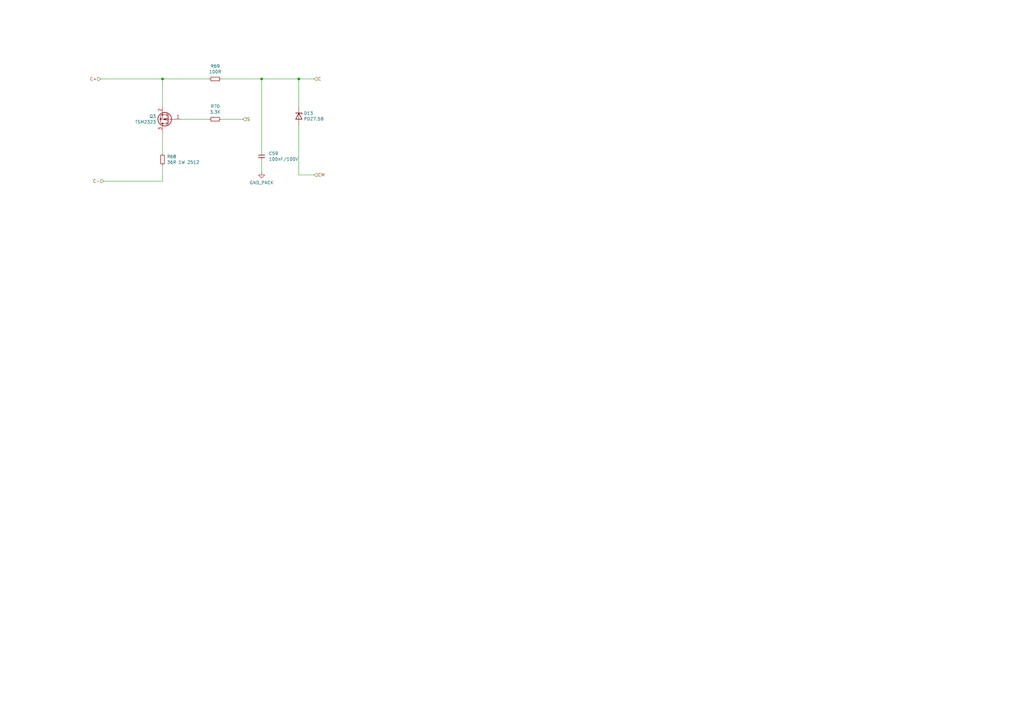
<source format=kicad_sch>
(kicad_sch (version 20230121) (generator eeschema)

  (uuid b617f54a-d595-416e-a403-41f59b27f156)

  (paper "A3")

  (title_block
    (date "2023-10-19")
    (rev "V0.1")
    (company "teTra")
  )

  (lib_symbols
    (symbol "Device:C" (pin_numbers hide) (pin_names (offset 0.254)) (in_bom yes) (on_board yes)
      (property "Reference" "C" (at 0.635 2.54 0)
        (effects (font (size 1.27 1.27)) (justify left))
      )
      (property "Value" "C" (at 0.635 -2.54 0)
        (effects (font (size 1.27 1.27)) (justify left))
      )
      (property "Footprint" "" (at 0.9652 -3.81 0)
        (effects (font (size 1.27 1.27)) hide)
      )
      (property "Datasheet" "~" (at 0 0 0)
        (effects (font (size 1.27 1.27)) hide)
      )
      (property "ki_keywords" "cap capacitor" (at 0 0 0)
        (effects (font (size 1.27 1.27)) hide)
      )
      (property "ki_description" "Unpolarized capacitor" (at 0 0 0)
        (effects (font (size 1.27 1.27)) hide)
      )
      (property "ki_fp_filters" "C_*" (at 0 0 0)
        (effects (font (size 1.27 1.27)) hide)
      )
      (symbol "C_1_1"
        (polyline
          (pts
            (xy -1.27 -0.508)
            (xy 1.27 -0.508)
          )
          (stroke (width 0.254) (type default))
          (fill (type none))
        )
        (polyline
          (pts
            (xy -1.27 0.508)
            (xy 1.27 0.508)
          )
          (stroke (width 0.254) (type default))
          (fill (type none))
        )
        (pin passive line (at 0 1.27 270) (length 0.762)
          (name "~" (effects (font (size 1.27 1.27))))
          (number "1" (effects (font (size 1.27 1.27))))
        )
        (pin passive line (at 0 -1.27 90) (length 0.762)
          (name "~" (effects (font (size 1.27 1.27))))
          (number "2" (effects (font (size 1.27 1.27))))
        )
      )
    )
    (symbol "Device:D_Zener" (pin_numbers hide) (pin_names (offset 1.016) hide) (in_bom yes) (on_board yes)
      (property "Reference" "D" (at 0 2.54 0)
        (effects (font (size 1.27 1.27)))
      )
      (property "Value" "D_Zener" (at 0 -2.54 0)
        (effects (font (size 1.27 1.27)))
      )
      (property "Footprint" "" (at 0 0 0)
        (effects (font (size 1.27 1.27)) hide)
      )
      (property "Datasheet" "~" (at 0 0 0)
        (effects (font (size 1.27 1.27)) hide)
      )
      (property "ki_keywords" "diode" (at 0 0 0)
        (effects (font (size 1.27 1.27)) hide)
      )
      (property "ki_description" "Zener diode" (at 0 0 0)
        (effects (font (size 1.27 1.27)) hide)
      )
      (property "ki_fp_filters" "TO-???* *_Diode_* *SingleDiode* D_*" (at 0 0 0)
        (effects (font (size 1.27 1.27)) hide)
      )
      (symbol "D_Zener_0_1"
        (polyline
          (pts
            (xy 1.27 0)
            (xy -1.27 0)
          )
          (stroke (width 0) (type default))
          (fill (type none))
        )
        (polyline
          (pts
            (xy -1.27 -1.27)
            (xy -1.27 1.27)
            (xy -0.762 1.27)
          )
          (stroke (width 0.254) (type default))
          (fill (type none))
        )
        (polyline
          (pts
            (xy 1.27 -1.27)
            (xy 1.27 1.27)
            (xy -1.27 0)
            (xy 1.27 -1.27)
          )
          (stroke (width 0.254) (type default))
          (fill (type none))
        )
      )
      (symbol "D_Zener_1_1"
        (pin passive line (at -3.81 0 0) (length 2.54)
          (name "K" (effects (font (size 1.27 1.27))))
          (number "1" (effects (font (size 1.27 1.27))))
        )
        (pin passive line (at 3.81 0 180) (length 2.54)
          (name "A" (effects (font (size 1.27 1.27))))
          (number "2" (effects (font (size 1.27 1.27))))
        )
      )
    )
    (symbol "Device:Q_PMOS_GSD" (pin_names (offset 0) hide) (in_bom yes) (on_board yes)
      (property "Reference" "Q" (at 5.08 1.27 0)
        (effects (font (size 1.27 1.27)) (justify left))
      )
      (property "Value" "Q_PMOS_GSD" (at 5.08 -1.27 0)
        (effects (font (size 1.27 1.27)) (justify left))
      )
      (property "Footprint" "" (at 5.08 2.54 0)
        (effects (font (size 1.27 1.27)) hide)
      )
      (property "Datasheet" "~" (at 0 0 0)
        (effects (font (size 1.27 1.27)) hide)
      )
      (property "ki_keywords" "transistor PMOS P-MOS P-MOSFET" (at 0 0 0)
        (effects (font (size 1.27 1.27)) hide)
      )
      (property "ki_description" "P-MOSFET transistor, gate/source/drain" (at 0 0 0)
        (effects (font (size 1.27 1.27)) hide)
      )
      (symbol "Q_PMOS_GSD_0_1"
        (polyline
          (pts
            (xy 0.254 0)
            (xy -2.54 0)
          )
          (stroke (width 0) (type default))
          (fill (type none))
        )
        (polyline
          (pts
            (xy 0.254 1.905)
            (xy 0.254 -1.905)
          )
          (stroke (width 0.254) (type default))
          (fill (type none))
        )
        (polyline
          (pts
            (xy 0.762 -1.27)
            (xy 0.762 -2.286)
          )
          (stroke (width 0.254) (type default))
          (fill (type none))
        )
        (polyline
          (pts
            (xy 0.762 0.508)
            (xy 0.762 -0.508)
          )
          (stroke (width 0.254) (type default))
          (fill (type none))
        )
        (polyline
          (pts
            (xy 0.762 2.286)
            (xy 0.762 1.27)
          )
          (stroke (width 0.254) (type default))
          (fill (type none))
        )
        (polyline
          (pts
            (xy 2.54 2.54)
            (xy 2.54 1.778)
          )
          (stroke (width 0) (type default))
          (fill (type none))
        )
        (polyline
          (pts
            (xy 2.54 -2.54)
            (xy 2.54 0)
            (xy 0.762 0)
          )
          (stroke (width 0) (type default))
          (fill (type none))
        )
        (polyline
          (pts
            (xy 0.762 1.778)
            (xy 3.302 1.778)
            (xy 3.302 -1.778)
            (xy 0.762 -1.778)
          )
          (stroke (width 0) (type default))
          (fill (type none))
        )
        (polyline
          (pts
            (xy 2.286 0)
            (xy 1.27 0.381)
            (xy 1.27 -0.381)
            (xy 2.286 0)
          )
          (stroke (width 0) (type default))
          (fill (type outline))
        )
        (polyline
          (pts
            (xy 2.794 -0.508)
            (xy 2.921 -0.381)
            (xy 3.683 -0.381)
            (xy 3.81 -0.254)
          )
          (stroke (width 0) (type default))
          (fill (type none))
        )
        (polyline
          (pts
            (xy 3.302 -0.381)
            (xy 2.921 0.254)
            (xy 3.683 0.254)
            (xy 3.302 -0.381)
          )
          (stroke (width 0) (type default))
          (fill (type none))
        )
        (circle (center 1.651 0) (radius 2.794)
          (stroke (width 0.254) (type default))
          (fill (type none))
        )
        (circle (center 2.54 -1.778) (radius 0.254)
          (stroke (width 0) (type default))
          (fill (type outline))
        )
        (circle (center 2.54 1.778) (radius 0.254)
          (stroke (width 0) (type default))
          (fill (type outline))
        )
      )
      (symbol "Q_PMOS_GSD_1_1"
        (pin input line (at -5.08 0 0) (length 2.54)
          (name "G" (effects (font (size 1.27 1.27))))
          (number "1" (effects (font (size 1.27 1.27))))
        )
        (pin passive line (at 2.54 -5.08 90) (length 2.54)
          (name "S" (effects (font (size 1.27 1.27))))
          (number "2" (effects (font (size 1.27 1.27))))
        )
        (pin passive line (at 2.54 5.08 270) (length 2.54)
          (name "D" (effects (font (size 1.27 1.27))))
          (number "3" (effects (font (size 1.27 1.27))))
        )
      )
    )
    (symbol "Device:R_Small" (pin_numbers hide) (pin_names (offset 0.254) hide) (in_bom yes) (on_board yes)
      (property "Reference" "R" (at 0.762 0.508 0)
        (effects (font (size 1.27 1.27)) (justify left))
      )
      (property "Value" "R_Small" (at 0.762 -1.016 0)
        (effects (font (size 1.27 1.27)) (justify left))
      )
      (property "Footprint" "" (at 0 0 0)
        (effects (font (size 1.27 1.27)) hide)
      )
      (property "Datasheet" "~" (at 0 0 0)
        (effects (font (size 1.27 1.27)) hide)
      )
      (property "ki_keywords" "R resistor" (at 0 0 0)
        (effects (font (size 1.27 1.27)) hide)
      )
      (property "ki_description" "Resistor, small symbol" (at 0 0 0)
        (effects (font (size 1.27 1.27)) hide)
      )
      (property "ki_fp_filters" "R_*" (at 0 0 0)
        (effects (font (size 1.27 1.27)) hide)
      )
      (symbol "R_Small_0_1"
        (rectangle (start -0.762 1.778) (end 0.762 -1.778)
          (stroke (width 0.2032) (type default))
          (fill (type none))
        )
      )
      (symbol "R_Small_1_1"
        (pin passive line (at 0 2.54 270) (length 0.762)
          (name "~" (effects (font (size 1.27 1.27))))
          (number "1" (effects (font (size 1.27 1.27))))
        )
        (pin passive line (at 0 -2.54 90) (length 0.762)
          (name "~" (effects (font (size 1.27 1.27))))
          (number "2" (effects (font (size 1.27 1.27))))
        )
      )
    )
    (symbol "power:GND_PACK" (power) (pin_names (offset 0)) (in_bom yes) (on_board yes)
      (property "Reference" "#PWR" (at 0 -6.35 0)
        (effects (font (size 1.27 1.27)) hide)
      )
      (property "Value" "GND_PACK" (at 0 -3.81 0)
        (effects (font (size 1.27 1.27)))
      )
      (property "Footprint" "" (at 0 0 0)
        (effects (font (size 1.27 1.27)) hide)
      )
      (property "Datasheet" "" (at 0 0 0)
        (effects (font (size 1.27 1.27)) hide)
      )
      (property "ki_keywords" "global power" (at 0 0 0)
        (effects (font (size 1.27 1.27)) hide)
      )
      (property "ki_description" "Power symbol creates a global label with name \"GND_PACK\" , ground" (at 0 0 0)
        (effects (font (size 1.27 1.27)) hide)
      )
      (symbol "GND_PACK_0_1"
        (polyline
          (pts
            (xy 0 0)
            (xy 0 -1.27)
            (xy 1.27 -1.27)
            (xy 0 -2.54)
            (xy -1.27 -1.27)
            (xy 0 -1.27)
          )
          (stroke (width 0) (type default))
          (fill (type none))
        )
      )
      (symbol "GND_PACK_1_1"
        (pin power_in line (at 0 0 270) (length 0) hide
          (name "GND_PACK" (effects (font (size 1.27 1.27))))
          (number "1" (effects (font (size 1.27 1.27))))
        )
      )
    )
  )

  (junction (at 122.555 32.385) (diameter 0) (color 0 0 0 0)
    (uuid 5a41a0a9-4a65-4203-9379-8b75415dce6d)
  )
  (junction (at 107.315 32.385) (diameter 0) (color 0 0 0 0)
    (uuid 5f139e44-093e-43a7-a558-f20763f89a8f)
  )
  (junction (at 66.675 32.385) (diameter 0) (color 0 0 0 0)
    (uuid b3215ab0-2cfc-4375-9f4b-50ddd3c00b07)
  )

  (wire (pts (xy 66.675 67.945) (xy 66.675 74.295))
    (stroke (width 0) (type default))
    (uuid 00449964-0469-4a40-8a7e-3261f8f4212d)
  )
  (wire (pts (xy 42.545 74.295) (xy 66.675 74.295))
    (stroke (width 0) (type default))
    (uuid 20aa87fc-cf9a-4f23-a711-cae9932a4116)
  )
  (wire (pts (xy 122.555 32.385) (xy 128.905 32.385))
    (stroke (width 0) (type default))
    (uuid 28efcf94-7f38-4e5a-9267-04afb8c9b61c)
  )
  (wire (pts (xy 107.315 32.385) (xy 107.315 62.865))
    (stroke (width 0) (type default))
    (uuid 3afca798-79e6-4583-9d91-d7af3342a090)
  )
  (wire (pts (xy 122.555 51.435) (xy 122.555 71.755))
    (stroke (width 0) (type default))
    (uuid 5d96c59a-744d-401f-b160-d49ad2c7fb37)
  )
  (wire (pts (xy 66.675 53.975) (xy 66.675 62.865))
    (stroke (width 0) (type default))
    (uuid 685fa693-2cd3-4577-ac16-caf4cb0af852)
  )
  (wire (pts (xy 90.805 48.895) (xy 99.695 48.895))
    (stroke (width 0) (type default))
    (uuid 980ada39-89b2-4e8d-ac5d-5e63b8225a22)
  )
  (wire (pts (xy 107.315 65.405) (xy 107.315 70.485))
    (stroke (width 0) (type default))
    (uuid 9e847583-a3ad-4aa2-b215-b0583e9cd0e7)
  )
  (wire (pts (xy 90.805 32.385) (xy 107.315 32.385))
    (stroke (width 0) (type default))
    (uuid d50952f2-e7b8-4d22-94ed-f1fb55d03bc9)
  )
  (wire (pts (xy 122.555 71.755) (xy 128.905 71.755))
    (stroke (width 0) (type default))
    (uuid e4f48ee0-1025-4c78-bcb3-94534fa4edbc)
  )
  (wire (pts (xy 107.315 32.385) (xy 122.555 32.385))
    (stroke (width 0) (type default))
    (uuid e53e0e6b-cb7c-4c17-b15b-9cafe4dfdcbe)
  )
  (wire (pts (xy 66.675 32.385) (xy 66.675 43.815))
    (stroke (width 0) (type default))
    (uuid e5b313e2-7811-4969-b2bd-2198c88a4048)
  )
  (wire (pts (xy 66.675 32.385) (xy 85.725 32.385))
    (stroke (width 0) (type default))
    (uuid eb2cd8c9-4878-4dc2-a6ce-f0eb2d55dcc9)
  )
  (wire (pts (xy 41.275 32.385) (xy 66.675 32.385))
    (stroke (width 0) (type default))
    (uuid f172ebd6-a074-4a52-9a82-d6e8207c0df7)
  )
  (wire (pts (xy 74.295 48.895) (xy 85.725 48.895))
    (stroke (width 0) (type default))
    (uuid f6c39dd0-8257-4df2-8246-2b7c82daa4a9)
  )
  (wire (pts (xy 122.555 43.815) (xy 122.555 32.385))
    (stroke (width 0) (type default))
    (uuid fdd47970-c072-4da4-8644-8bf011c6214b)
  )

  (hierarchical_label "S" (shape input) (at 99.695 48.895 0) (fields_autoplaced)
    (effects (font (size 1.27 1.27)) (justify left))
    (uuid 4a6bbecf-03f6-4c06-bb2e-550e96c8bdbc)
  )
  (hierarchical_label "C" (shape input) (at 128.905 32.385 0) (fields_autoplaced)
    (effects (font (size 1.27 1.27)) (justify left))
    (uuid 4d348356-9c8b-4d14-82b9-f6a543218144)
  )
  (hierarchical_label "C+" (shape input) (at 41.275 32.385 180) (fields_autoplaced)
    (effects (font (size 1.27 1.27)) (justify right))
    (uuid 4dda22f8-6091-4ff5-af73-cb7c121ff4d7)
  )
  (hierarchical_label "C-" (shape input) (at 42.545 74.295 180) (fields_autoplaced)
    (effects (font (size 1.27 1.27)) (justify right))
    (uuid 7558b255-b61b-4ec0-9d0f-5f1770b52780)
  )
  (hierarchical_label "CM" (shape input) (at 128.905 71.755 0) (fields_autoplaced)
    (effects (font (size 1.27 1.27)) (justify left))
    (uuid 9cc79c65-54f9-43ba-9363-91facd3e8160)
  )

  (symbol (lib_id "Device:Q_PMOS_GSD") (at 69.215 48.895 180) (unit 1)
    (in_bom yes) (on_board yes) (dnp no)
    (uuid 0521340c-6875-40b5-8f4e-658aa854575c)
    (property "Reference" "Q3" (at 64.008 47.7266 0)
      (effects (font (size 1.27 1.27)) (justify left))
    )
    (property "Value" "TSM2323" (at 64.008 50.038 0)
      (effects (font (size 1.27 1.27)) (justify left))
    )
    (property "Footprint" "Package_TO_SOT_SMD:SOT-23" (at 64.135 51.435 0)
      (effects (font (size 1.27 1.27)) hide)
    )
    (property "Datasheet" "https://www.taiwansemi.com/assets/uploads/datasheet/TSM2323_F15.pdf" (at 69.215 48.895 0)
      (effects (font (size 1.27 1.27)) hide)
    )
    (property "MPN" "TSM2323CX RFG " (at 69.215 48.895 0)
      (effects (font (size 1.27 1.27)) hide)
    )
    (property "Description" "P-Channel 20 V 4.7A (Ta) 1.25W (Ta) Surface Mount SOT-23" (at 69.215 48.895 0)
      (effects (font (size 1.27 1.27)) hide)
    )
    (property "Link" "https://www.digikey.jp/en/products/detail/taiwan-semiconductor-corporation/TSM2323CX-RFG/7360264?s=N4IgTCBcDaICoGUCyYDMaDCANABAJQDEBxHEAXQF8g" (at 69.215 48.895 0)
      (effects (font (size 1.27 1.27)) hide)
    )
    (pin "1" (uuid dbea166c-bcd2-4cfd-ad6b-8ea22c023d89))
    (pin "2" (uuid 0075f24d-3715-4617-90ce-cce2263e97f4))
    (pin "3" (uuid 9a280804-3df4-488c-8394-071f071790a3))
    (instances
      (project "LTC6811_ESP32_V1p21"
        (path "/6a86ff6f-b159-4c4c-8a40-e732cc82e010/0999518d-09c3-4a69-bd78-ff81b3ce8dd2/465070a3-d5f3-43ad-8597-2e1a5d40b801"
          (reference "Q3") (unit 1)
        )
        (path "/6a86ff6f-b159-4c4c-8a40-e732cc82e010/0999518d-09c3-4a69-bd78-ff81b3ce8dd2/e334af48-6edd-41fc-8590-ee7e4dff41f8"
          (reference "Q4") (unit 1)
        )
        (path "/6a86ff6f-b159-4c4c-8a40-e732cc82e010/0999518d-09c3-4a69-bd78-ff81b3ce8dd2/19041a75-53c8-4483-ab7a-6e49fae012b6"
          (reference "Q5") (unit 1)
        )
        (path "/6a86ff6f-b159-4c4c-8a40-e732cc82e010/0999518d-09c3-4a69-bd78-ff81b3ce8dd2/e53818c9-b8a7-47e2-8bef-2b7a2c59483f"
          (reference "Q6") (unit 1)
        )
        (path "/6a86ff6f-b159-4c4c-8a40-e732cc82e010/0999518d-09c3-4a69-bd78-ff81b3ce8dd2/d68d73fb-b65c-48fe-93ad-ef8e1e59b36d"
          (reference "Q7") (unit 1)
        )
        (path "/6a86ff6f-b159-4c4c-8a40-e732cc82e010/0999518d-09c3-4a69-bd78-ff81b3ce8dd2/bd59d348-fc68-4734-92b5-50f888b7578c"
          (reference "Q8") (unit 1)
        )
        (path "/6a86ff6f-b159-4c4c-8a40-e732cc82e010/0999518d-09c3-4a69-bd78-ff81b3ce8dd2/8de7d13b-b697-42c9-ba84-33fadfc425b6"
          (reference "Q9") (unit 1)
        )
        (path "/6a86ff6f-b159-4c4c-8a40-e732cc82e010/0999518d-09c3-4a69-bd78-ff81b3ce8dd2/60cc472b-ffa3-49bc-9ffa-1eb4726af0bf"
          (reference "Q10") (unit 1)
        )
        (path "/6a86ff6f-b159-4c4c-8a40-e732cc82e010/0999518d-09c3-4a69-bd78-ff81b3ce8dd2/463e1fe4-7edf-42b1-8034-da5791a5ce86"
          (reference "Q11") (unit 1)
        )
        (path "/6a86ff6f-b159-4c4c-8a40-e732cc82e010/0999518d-09c3-4a69-bd78-ff81b3ce8dd2/210373bf-e475-47d4-99fb-665ba599d634"
          (reference "Q12") (unit 1)
        )
        (path "/6a86ff6f-b159-4c4c-8a40-e732cc82e010/0999518d-09c3-4a69-bd78-ff81b3ce8dd2/c041c063-928c-41d7-8623-0d8fabfc1e80"
          (reference "Q13") (unit 1)
        )
        (path "/6a86ff6f-b159-4c4c-8a40-e732cc82e010/0999518d-09c3-4a69-bd78-ff81b3ce8dd2/fedf4b0c-24fd-4552-8bac-0aa12510716a"
          (reference "Q14") (unit 1)
        )
      )
      (project "LTC6811"
        (path "/c4061cfa-a05d-44c7-ba89-bb211c8b143a/00000000-0000-0000-0000-00005c4fcbe0"
          (reference "Q3") (unit 1)
        )
        (path "/c4061cfa-a05d-44c7-ba89-bb211c8b143a/00000000-0000-0000-0000-00005c4fced8"
          (reference "Q5") (unit 1)
        )
        (path "/c4061cfa-a05d-44c7-ba89-bb211c8b143a/00000000-0000-0000-0000-00005c4fd330"
          (reference "Q7") (unit 1)
        )
        (path "/c4061cfa-a05d-44c7-ba89-bb211c8b143a/00000000-0000-0000-0000-00005c4fd33c"
          (reference "Q9") (unit 1)
        )
        (path "/c4061cfa-a05d-44c7-ba89-bb211c8b143a/00000000-0000-0000-0000-00005c4ffa2b"
          (reference "Q11") (unit 1)
        )
        (path "/c4061cfa-a05d-44c7-ba89-bb211c8b143a/00000000-0000-0000-0000-00005c4ffa37"
          (reference "Q13") (unit 1)
        )
        (path "/c4061cfa-a05d-44c7-ba89-bb211c8b143a/00000000-0000-0000-0000-00005c4fced2"
          (reference "Q4") (unit 1)
        )
        (path "/c4061cfa-a05d-44c7-ba89-bb211c8b143a/00000000-0000-0000-0000-00005c4fd336"
          (reference "Q8") (unit 1)
        )
        (path "/c4061cfa-a05d-44c7-ba89-bb211c8b143a/00000000-0000-0000-0000-00005c4ffa31"
          (reference "Q12") (unit 1)
        )
        (path "/c4061cfa-a05d-44c7-ba89-bb211c8b143a/00000000-0000-0000-0000-00005c4f59f4"
          (reference "Q2") (unit 1)
        )
        (path "/c4061cfa-a05d-44c7-ba89-bb211c8b143a/00000000-0000-0000-0000-00005c4ffa25"
          (reference "Q10") (unit 1)
        )
        (path "/c4061cfa-a05d-44c7-ba89-bb211c8b143a/00000000-0000-0000-0000-00005c4fd32a"
          (reference "Q6") (unit 1)
        )
      )
    )
  )

  (symbol (lib_id "power:GND_PACK") (at 107.315 70.485 0) (unit 1)
    (in_bom yes) (on_board yes) (dnp no) (fields_autoplaced)
    (uuid 5d892bb2-6629-460c-a20d-058cbe4979bb)
    (property "Reference" "#PWR086" (at 107.315 76.835 0)
      (effects (font (size 1.27 1.27)) hide)
    )
    (property "Value" "GND_PACK" (at 107.315 74.93 0)
      (effects (font (size 1.27 1.27)))
    )
    (property "Footprint" "" (at 107.315 70.485 0)
      (effects (font (size 1.27 1.27)) hide)
    )
    (property "Datasheet" "" (at 107.315 70.485 0)
      (effects (font (size 1.27 1.27)) hide)
    )
    (pin "1" (uuid c6433e8f-9801-448a-a8a7-0d35a802ca90))
    (instances
      (project "LTC6811_ESP32_V1p21"
        (path "/6a86ff6f-b159-4c4c-8a40-e732cc82e010/0999518d-09c3-4a69-bd78-ff81b3ce8dd2/465070a3-d5f3-43ad-8597-2e1a5d40b801"
          (reference "#PWR086") (unit 1)
        )
        (path "/6a86ff6f-b159-4c4c-8a40-e732cc82e010/0999518d-09c3-4a69-bd78-ff81b3ce8dd2/e334af48-6edd-41fc-8590-ee7e4dff41f8"
          (reference "#PWR087") (unit 1)
        )
        (path "/6a86ff6f-b159-4c4c-8a40-e732cc82e010/0999518d-09c3-4a69-bd78-ff81b3ce8dd2/19041a75-53c8-4483-ab7a-6e49fae012b6"
          (reference "#PWR088") (unit 1)
        )
        (path "/6a86ff6f-b159-4c4c-8a40-e732cc82e010/0999518d-09c3-4a69-bd78-ff81b3ce8dd2/e53818c9-b8a7-47e2-8bef-2b7a2c59483f"
          (reference "#PWR089") (unit 1)
        )
        (path "/6a86ff6f-b159-4c4c-8a40-e732cc82e010/0999518d-09c3-4a69-bd78-ff81b3ce8dd2/d68d73fb-b65c-48fe-93ad-ef8e1e59b36d"
          (reference "#PWR090") (unit 1)
        )
        (path "/6a86ff6f-b159-4c4c-8a40-e732cc82e010/0999518d-09c3-4a69-bd78-ff81b3ce8dd2/bd59d348-fc68-4734-92b5-50f888b7578c"
          (reference "#PWR091") (unit 1)
        )
        (path "/6a86ff6f-b159-4c4c-8a40-e732cc82e010/0999518d-09c3-4a69-bd78-ff81b3ce8dd2/8de7d13b-b697-42c9-ba84-33fadfc425b6"
          (reference "#PWR092") (unit 1)
        )
        (path "/6a86ff6f-b159-4c4c-8a40-e732cc82e010/0999518d-09c3-4a69-bd78-ff81b3ce8dd2/60cc472b-ffa3-49bc-9ffa-1eb4726af0bf"
          (reference "#PWR093") (unit 1)
        )
        (path "/6a86ff6f-b159-4c4c-8a40-e732cc82e010/0999518d-09c3-4a69-bd78-ff81b3ce8dd2/463e1fe4-7edf-42b1-8034-da5791a5ce86"
          (reference "#PWR094") (unit 1)
        )
        (path "/6a86ff6f-b159-4c4c-8a40-e732cc82e010/0999518d-09c3-4a69-bd78-ff81b3ce8dd2/210373bf-e475-47d4-99fb-665ba599d634"
          (reference "#PWR095") (unit 1)
        )
        (path "/6a86ff6f-b159-4c4c-8a40-e732cc82e010/0999518d-09c3-4a69-bd78-ff81b3ce8dd2/c041c063-928c-41d7-8623-0d8fabfc1e80"
          (reference "#PWR096") (unit 1)
        )
        (path "/6a86ff6f-b159-4c4c-8a40-e732cc82e010/0999518d-09c3-4a69-bd78-ff81b3ce8dd2/fedf4b0c-24fd-4552-8bac-0aa12510716a"
          (reference "#PWR097") (unit 1)
        )
      )
    )
  )

  (symbol (lib_id "Device:R_Small") (at 88.265 48.895 270) (unit 1)
    (in_bom yes) (on_board yes) (dnp no)
    (uuid 5f2a1073-76ab-46f5-9581-e7e19e53c38d)
    (property "Reference" "R70" (at 88.265 43.6372 90)
      (effects (font (size 1.27 1.27)))
    )
    (property "Value" "3.3K" (at 88.265 45.9486 90)
      (effects (font (size 1.27 1.27)))
    )
    (property "Footprint" "Resistor_SMD:R_0603_1608Metric" (at 88.265 47.117 90)
      (effects (font (size 1.27 1.27)) hide)
    )
    (property "Datasheet" "https://www.yageo.com/upload/media/product/app/datasheet/rchip/pyu-rc_group_51_rohs_l.pdf" (at 88.265 48.895 0)
      (effects (font (size 1.27 1.27)) hide)
    )
    (property "MPN" "RC0603FR-073K3L" (at 88.265 48.895 0)
      (effects (font (size 1.27 1.27)) hide)
    )
    (property "Description" "3.3 kOhms ±1% 0.1W, 1/10W Chip Resistor 0603 (1608 Metric) Moisture Resistant Thick Film" (at 88.265 48.895 0)
      (effects (font (size 1.27 1.27)) hide)
    )
    (property "Link" "https://www.digikey.jp/en/products/detail/yageo/RC0603FR-073K3L/727126?s=N4IgTCBcDaIEoGEAMA2JBmAYnAtEg7OgNboAyIAugL5A" (at 88.265 48.895 0)
      (effects (font (size 1.27 1.27)) hide)
    )
    (pin "1" (uuid 023e78b7-5f26-4e72-af99-62155ce48708))
    (pin "2" (uuid f93bfa10-2856-4b58-a8a8-0ca147dbb7a0))
    (instances
      (project "LTC6811_ESP32_V1p21"
        (path "/6a86ff6f-b159-4c4c-8a40-e732cc82e010/0999518d-09c3-4a69-bd78-ff81b3ce8dd2/465070a3-d5f3-43ad-8597-2e1a5d40b801"
          (reference "R70") (unit 1)
        )
        (path "/6a86ff6f-b159-4c4c-8a40-e732cc82e010/0999518d-09c3-4a69-bd78-ff81b3ce8dd2/e334af48-6edd-41fc-8590-ee7e4dff41f8"
          (reference "R73") (unit 1)
        )
        (path "/6a86ff6f-b159-4c4c-8a40-e732cc82e010/0999518d-09c3-4a69-bd78-ff81b3ce8dd2/19041a75-53c8-4483-ab7a-6e49fae012b6"
          (reference "R76") (unit 1)
        )
        (path "/6a86ff6f-b159-4c4c-8a40-e732cc82e010/0999518d-09c3-4a69-bd78-ff81b3ce8dd2/e53818c9-b8a7-47e2-8bef-2b7a2c59483f"
          (reference "R79") (unit 1)
        )
        (path "/6a86ff6f-b159-4c4c-8a40-e732cc82e010/0999518d-09c3-4a69-bd78-ff81b3ce8dd2/d68d73fb-b65c-48fe-93ad-ef8e1e59b36d"
          (reference "R82") (unit 1)
        )
        (path "/6a86ff6f-b159-4c4c-8a40-e732cc82e010/0999518d-09c3-4a69-bd78-ff81b3ce8dd2/bd59d348-fc68-4734-92b5-50f888b7578c"
          (reference "R85") (unit 1)
        )
        (path "/6a86ff6f-b159-4c4c-8a40-e732cc82e010/0999518d-09c3-4a69-bd78-ff81b3ce8dd2/8de7d13b-b697-42c9-ba84-33fadfc425b6"
          (reference "R88") (unit 1)
        )
        (path "/6a86ff6f-b159-4c4c-8a40-e732cc82e010/0999518d-09c3-4a69-bd78-ff81b3ce8dd2/60cc472b-ffa3-49bc-9ffa-1eb4726af0bf"
          (reference "R91") (unit 1)
        )
        (path "/6a86ff6f-b159-4c4c-8a40-e732cc82e010/0999518d-09c3-4a69-bd78-ff81b3ce8dd2/463e1fe4-7edf-42b1-8034-da5791a5ce86"
          (reference "R94") (unit 1)
        )
        (path "/6a86ff6f-b159-4c4c-8a40-e732cc82e010/0999518d-09c3-4a69-bd78-ff81b3ce8dd2/210373bf-e475-47d4-99fb-665ba599d634"
          (reference "R97") (unit 1)
        )
        (path "/6a86ff6f-b159-4c4c-8a40-e732cc82e010/0999518d-09c3-4a69-bd78-ff81b3ce8dd2/c041c063-928c-41d7-8623-0d8fabfc1e80"
          (reference "R100") (unit 1)
        )
        (path "/6a86ff6f-b159-4c4c-8a40-e732cc82e010/0999518d-09c3-4a69-bd78-ff81b3ce8dd2/fedf4b0c-24fd-4552-8bac-0aa12510716a"
          (reference "R103") (unit 1)
        )
      )
      (project "LTC6811"
        (path "/c4061cfa-a05d-44c7-ba89-bb211c8b143a/00000000-0000-0000-0000-00005c4fcbe0"
          (reference "R17") (unit 1)
        )
        (path "/c4061cfa-a05d-44c7-ba89-bb211c8b143a/00000000-0000-0000-0000-00005c4fced8"
          (reference "R23") (unit 1)
        )
        (path "/c4061cfa-a05d-44c7-ba89-bb211c8b143a/00000000-0000-0000-0000-00005c4fd330"
          (reference "R29") (unit 1)
        )
        (path "/c4061cfa-a05d-44c7-ba89-bb211c8b143a/00000000-0000-0000-0000-00005c4fd33c"
          (reference "R35") (unit 1)
        )
        (path "/c4061cfa-a05d-44c7-ba89-bb211c8b143a/00000000-0000-0000-0000-00005c4ffa2b"
          (reference "R41") (unit 1)
        )
        (path "/c4061cfa-a05d-44c7-ba89-bb211c8b143a/00000000-0000-0000-0000-00005c4ffa37"
          (reference "R47") (unit 1)
        )
        (path "/c4061cfa-a05d-44c7-ba89-bb211c8b143a/00000000-0000-0000-0000-00005c4fced2"
          (reference "R20") (unit 1)
        )
        (path "/c4061cfa-a05d-44c7-ba89-bb211c8b143a/00000000-0000-0000-0000-00005c4fd336"
          (reference "R32") (unit 1)
        )
        (path "/c4061cfa-a05d-44c7-ba89-bb211c8b143a/00000000-0000-0000-0000-00005c4ffa31"
          (reference "R44") (unit 1)
        )
        (path "/c4061cfa-a05d-44c7-ba89-bb211c8b143a/00000000-0000-0000-0000-00005c4f59f4"
          (reference "R14") (unit 1)
        )
        (path "/c4061cfa-a05d-44c7-ba89-bb211c8b143a/00000000-0000-0000-0000-00005c4ffa25"
          (reference "R38") (unit 1)
        )
        (path "/c4061cfa-a05d-44c7-ba89-bb211c8b143a/00000000-0000-0000-0000-00005c4fd32a"
          (reference "R26") (unit 1)
        )
      )
    )
  )

  (symbol (lib_id "Device:C") (at 107.315 64.135 0) (unit 1)
    (in_bom yes) (on_board yes) (dnp no)
    (uuid b6a6273f-7685-4248-b1db-9f35a32326fb)
    (property "Reference" "C59" (at 110.236 62.9666 0)
      (effects (font (size 1.27 1.27)) (justify left))
    )
    (property "Value" "100nF/100V" (at 110.236 65.278 0)
      (effects (font (size 1.27 1.27)) (justify left))
    )
    (property "Footprint" "Capacitor_SMD:C_0603_1608Metric" (at 108.2802 67.945 0)
      (effects (font (size 1.27 1.27)) hide)
    )
    (property "Datasheet" "https://www.digikey.jp/en/products/detail/samsung-electro-mechanics/CL10B104KC8NNNC/5961291?s=N4IgTCBcDaIMIBkCMAGAQqgLAaTgDgDki4AdEkAXQF8g" (at 107.315 64.135 0)
      (effects (font (size 1.27 1.27)) hide)
    )
    (property "MPN" "CL10B104KC8NNNC" (at 107.315 64.135 0)
      (effects (font (size 1.27 1.27)) hide)
    )
    (property "Description" "0.1 µF ±10% 100V Ceramic Capacitor X7R 0603 (1608 Metric)" (at 107.315 64.135 0)
      (effects (font (size 1.27 1.27)) hide)
    )
    (property "Link" "https://www.digikey.jp/en/products/detail/samsung-electro-mechanics/CL10B104KC8NNNC/5961291?s=N4IgTCBcDaIMIBkCMAGAQqgLAaTgDgDki4QBdAXyA" (at 107.315 64.135 0)
      (effects (font (size 1.27 1.27)) hide)
    )
    (pin "1" (uuid 931d223a-41be-425a-ad29-fc6de9bf0810))
    (pin "2" (uuid fa488fed-24be-401d-a6fb-21db09c2661e))
    (instances
      (project "LTC6811_ESP32_V1p21"
        (path "/6a86ff6f-b159-4c4c-8a40-e732cc82e010/0999518d-09c3-4a69-bd78-ff81b3ce8dd2/465070a3-d5f3-43ad-8597-2e1a5d40b801"
          (reference "C59") (unit 1)
        )
        (path "/6a86ff6f-b159-4c4c-8a40-e732cc82e010/0999518d-09c3-4a69-bd78-ff81b3ce8dd2/e334af48-6edd-41fc-8590-ee7e4dff41f8"
          (reference "C60") (unit 1)
        )
        (path "/6a86ff6f-b159-4c4c-8a40-e732cc82e010/0999518d-09c3-4a69-bd78-ff81b3ce8dd2/19041a75-53c8-4483-ab7a-6e49fae012b6"
          (reference "C61") (unit 1)
        )
        (path "/6a86ff6f-b159-4c4c-8a40-e732cc82e010/0999518d-09c3-4a69-bd78-ff81b3ce8dd2/e53818c9-b8a7-47e2-8bef-2b7a2c59483f"
          (reference "C62") (unit 1)
        )
        (path "/6a86ff6f-b159-4c4c-8a40-e732cc82e010/0999518d-09c3-4a69-bd78-ff81b3ce8dd2/d68d73fb-b65c-48fe-93ad-ef8e1e59b36d"
          (reference "C63") (unit 1)
        )
        (path "/6a86ff6f-b159-4c4c-8a40-e732cc82e010/0999518d-09c3-4a69-bd78-ff81b3ce8dd2/bd59d348-fc68-4734-92b5-50f888b7578c"
          (reference "C64") (unit 1)
        )
        (path "/6a86ff6f-b159-4c4c-8a40-e732cc82e010/0999518d-09c3-4a69-bd78-ff81b3ce8dd2/8de7d13b-b697-42c9-ba84-33fadfc425b6"
          (reference "C65") (unit 1)
        )
        (path "/6a86ff6f-b159-4c4c-8a40-e732cc82e010/0999518d-09c3-4a69-bd78-ff81b3ce8dd2/60cc472b-ffa3-49bc-9ffa-1eb4726af0bf"
          (reference "C66") (unit 1)
        )
        (path "/6a86ff6f-b159-4c4c-8a40-e732cc82e010/0999518d-09c3-4a69-bd78-ff81b3ce8dd2/463e1fe4-7edf-42b1-8034-da5791a5ce86"
          (reference "C67") (unit 1)
        )
        (path "/6a86ff6f-b159-4c4c-8a40-e732cc82e010/0999518d-09c3-4a69-bd78-ff81b3ce8dd2/210373bf-e475-47d4-99fb-665ba599d634"
          (reference "C68") (unit 1)
        )
        (path "/6a86ff6f-b159-4c4c-8a40-e732cc82e010/0999518d-09c3-4a69-bd78-ff81b3ce8dd2/c041c063-928c-41d7-8623-0d8fabfc1e80"
          (reference "C69") (unit 1)
        )
        (path "/6a86ff6f-b159-4c4c-8a40-e732cc82e010/0999518d-09c3-4a69-bd78-ff81b3ce8dd2/fedf4b0c-24fd-4552-8bac-0aa12510716a"
          (reference "C70") (unit 1)
        )
      )
      (project "LTC6811"
        (path "/c4061cfa-a05d-44c7-ba89-bb211c8b143a/00000000-0000-0000-0000-00005c4fcbe0"
          (reference "C14") (unit 1)
        )
        (path "/c4061cfa-a05d-44c7-ba89-bb211c8b143a/00000000-0000-0000-0000-00005c4fced8"
          (reference "C16") (unit 1)
        )
        (path "/c4061cfa-a05d-44c7-ba89-bb211c8b143a/00000000-0000-0000-0000-00005c4fd330"
          (reference "C18") (unit 1)
        )
        (path "/c4061cfa-a05d-44c7-ba89-bb211c8b143a/00000000-0000-0000-0000-00005c4fd33c"
          (reference "C20") (unit 1)
        )
        (path "/c4061cfa-a05d-44c7-ba89-bb211c8b143a/00000000-0000-0000-0000-00005c4ffa2b"
          (reference "C22") (unit 1)
        )
        (path "/c4061cfa-a05d-44c7-ba89-bb211c8b143a/00000000-0000-0000-0000-00005c4ffa37"
          (reference "C24") (unit 1)
        )
        (path "/c4061cfa-a05d-44c7-ba89-bb211c8b143a/00000000-0000-0000-0000-00005c4fced2"
          (reference "C15") (unit 1)
        )
        (path "/c4061cfa-a05d-44c7-ba89-bb211c8b143a/00000000-0000-0000-0000-00005c4fd336"
          (reference "C19") (unit 1)
        )
        (path "/c4061cfa-a05d-44c7-ba89-bb211c8b143a/00000000-0000-0000-0000-00005c4ffa31"
          (reference "C23") (unit 1)
        )
        (path "/c4061cfa-a05d-44c7-ba89-bb211c8b143a/00000000-0000-0000-0000-00005c4f59f4"
          (reference "C13") (unit 1)
        )
        (path "/c4061cfa-a05d-44c7-ba89-bb211c8b143a/00000000-0000-0000-0000-00005c4ffa25"
          (reference "C21") (unit 1)
        )
        (path "/c4061cfa-a05d-44c7-ba89-bb211c8b143a/00000000-0000-0000-0000-00005c4fd32a"
          (reference "C17") (unit 1)
        )
      )
    )
  )

  (symbol (lib_id "Device:R_Small") (at 66.675 65.405 180) (unit 1)
    (in_bom yes) (on_board yes) (dnp no)
    (uuid cf86cc3e-0bf9-498f-9c39-5ddc44f31eaf)
    (property "Reference" "R68" (at 68.453 64.2366 0)
      (effects (font (size 1.27 1.27)) (justify right))
    )
    (property "Value" "36R 1W 2512" (at 68.453 66.548 0)
      (effects (font (size 1.27 1.27)) (justify right))
    )
    (property "Footprint" "Resistor_SMD:R_2512_6332Metric" (at 68.453 65.405 90)
      (effects (font (size 1.27 1.27)) hide)
    )
    (property "Datasheet" "https://www.seielect.com/catalog/sei-rmcf_rmcp.pdf" (at 66.675 65.405 0)
      (effects (font (size 1.27 1.27)) hide)
    )
    (property "MPN" "RTT25360JTE" (at 66.675 65.405 0)
      (effects (font (size 1.27 1.27)) hide)
    )
    (property "Description" "36 Ohms ±5% 1W Chip Resistor 2512 (6432 Metric) Automotive AEC-Q200 Thick Film" (at 66.675 65.405 0)
      (effects (font (size 1.27 1.27)) hide)
    )
    (property "Link" "https://www.digikey.jp/en/products/detail/stackpole-electronics-inc/RMCF2512JT36R0/1716346" (at 66.675 65.405 0)
      (effects (font (size 1.27 1.27)) hide)
    )
    (pin "1" (uuid 843fd04e-6cae-4c13-a714-b4753f121ea3))
    (pin "2" (uuid 987b2a17-00ca-471a-bd45-93a2e76b2a90))
    (instances
      (project "LTC6811_ESP32_V1p21"
        (path "/6a86ff6f-b159-4c4c-8a40-e732cc82e010/0999518d-09c3-4a69-bd78-ff81b3ce8dd2/465070a3-d5f3-43ad-8597-2e1a5d40b801"
          (reference "R68") (unit 1)
        )
        (path "/6a86ff6f-b159-4c4c-8a40-e732cc82e010/0999518d-09c3-4a69-bd78-ff81b3ce8dd2/e334af48-6edd-41fc-8590-ee7e4dff41f8"
          (reference "R71") (unit 1)
        )
        (path "/6a86ff6f-b159-4c4c-8a40-e732cc82e010/0999518d-09c3-4a69-bd78-ff81b3ce8dd2/19041a75-53c8-4483-ab7a-6e49fae012b6"
          (reference "R74") (unit 1)
        )
        (path "/6a86ff6f-b159-4c4c-8a40-e732cc82e010/0999518d-09c3-4a69-bd78-ff81b3ce8dd2/e53818c9-b8a7-47e2-8bef-2b7a2c59483f"
          (reference "R77") (unit 1)
        )
        (path "/6a86ff6f-b159-4c4c-8a40-e732cc82e010/0999518d-09c3-4a69-bd78-ff81b3ce8dd2/d68d73fb-b65c-48fe-93ad-ef8e1e59b36d"
          (reference "R80") (unit 1)
        )
        (path "/6a86ff6f-b159-4c4c-8a40-e732cc82e010/0999518d-09c3-4a69-bd78-ff81b3ce8dd2/bd59d348-fc68-4734-92b5-50f888b7578c"
          (reference "R83") (unit 1)
        )
        (path "/6a86ff6f-b159-4c4c-8a40-e732cc82e010/0999518d-09c3-4a69-bd78-ff81b3ce8dd2/8de7d13b-b697-42c9-ba84-33fadfc425b6"
          (reference "R86") (unit 1)
        )
        (path "/6a86ff6f-b159-4c4c-8a40-e732cc82e010/0999518d-09c3-4a69-bd78-ff81b3ce8dd2/60cc472b-ffa3-49bc-9ffa-1eb4726af0bf"
          (reference "R89") (unit 1)
        )
        (path "/6a86ff6f-b159-4c4c-8a40-e732cc82e010/0999518d-09c3-4a69-bd78-ff81b3ce8dd2/463e1fe4-7edf-42b1-8034-da5791a5ce86"
          (reference "R92") (unit 1)
        )
        (path "/6a86ff6f-b159-4c4c-8a40-e732cc82e010/0999518d-09c3-4a69-bd78-ff81b3ce8dd2/210373bf-e475-47d4-99fb-665ba599d634"
          (reference "R95") (unit 1)
        )
        (path "/6a86ff6f-b159-4c4c-8a40-e732cc82e010/0999518d-09c3-4a69-bd78-ff81b3ce8dd2/c041c063-928c-41d7-8623-0d8fabfc1e80"
          (reference "R98") (unit 1)
        )
        (path "/6a86ff6f-b159-4c4c-8a40-e732cc82e010/0999518d-09c3-4a69-bd78-ff81b3ce8dd2/fedf4b0c-24fd-4552-8bac-0aa12510716a"
          (reference "R101") (unit 1)
        )
      )
      (project "LTC6811"
        (path "/c4061cfa-a05d-44c7-ba89-bb211c8b143a/00000000-0000-0000-0000-00005c4fcbe0"
          (reference "R15") (unit 1)
        )
        (path "/c4061cfa-a05d-44c7-ba89-bb211c8b143a/00000000-0000-0000-0000-00005c4fced8"
          (reference "R21") (unit 1)
        )
        (path "/c4061cfa-a05d-44c7-ba89-bb211c8b143a/00000000-0000-0000-0000-00005c4fd330"
          (reference "R27") (unit 1)
        )
        (path "/c4061cfa-a05d-44c7-ba89-bb211c8b143a/00000000-0000-0000-0000-00005c4fd33c"
          (reference "R33") (unit 1)
        )
        (path "/c4061cfa-a05d-44c7-ba89-bb211c8b143a/00000000-0000-0000-0000-00005c4ffa2b"
          (reference "R39") (unit 1)
        )
        (path "/c4061cfa-a05d-44c7-ba89-bb211c8b143a/00000000-0000-0000-0000-00005c4ffa37"
          (reference "R45") (unit 1)
        )
        (path "/c4061cfa-a05d-44c7-ba89-bb211c8b143a/00000000-0000-0000-0000-00005c4fced2"
          (reference "R18") (unit 1)
        )
        (path "/c4061cfa-a05d-44c7-ba89-bb211c8b143a/00000000-0000-0000-0000-00005c4fd336"
          (reference "R30") (unit 1)
        )
        (path "/c4061cfa-a05d-44c7-ba89-bb211c8b143a/00000000-0000-0000-0000-00005c4ffa31"
          (reference "R42") (unit 1)
        )
        (path "/c4061cfa-a05d-44c7-ba89-bb211c8b143a/00000000-0000-0000-0000-00005c4f59f4"
          (reference "R12") (unit 1)
        )
        (path "/c4061cfa-a05d-44c7-ba89-bb211c8b143a/00000000-0000-0000-0000-00005c4ffa25"
          (reference "R36") (unit 1)
        )
        (path "/c4061cfa-a05d-44c7-ba89-bb211c8b143a/00000000-0000-0000-0000-00005c4fd32a"
          (reference "R24") (unit 1)
        )
      )
    )
  )

  (symbol (lib_id "Device:D_Zener") (at 122.555 47.625 270) (unit 1)
    (in_bom yes) (on_board yes) (dnp no)
    (uuid e9f8dff2-0f77-410d-90a4-ff6b6cb1f514)
    (property "Reference" "D13" (at 124.5616 46.4566 90)
      (effects (font (size 1.27 1.27)) (justify left))
    )
    (property "Value" "PDZ7.5B" (at 124.5616 48.768 90)
      (effects (font (size 1.27 1.27)) (justify left))
    )
    (property "Footprint" "Diode_SMD:D_SOD-323_HandSoldering" (at 122.555 47.625 0)
      (effects (font (size 1.27 1.27)) hide)
    )
    (property "Datasheet" "https://assets.nexperia.com/documents/data-sheet/PDZ-B_SER.pdf" (at 122.555 47.625 0)
      (effects (font (size 1.27 1.27)) hide)
    )
    (property "MPN" "PDZ7.5BZ" (at 122.555 47.625 0)
      (effects (font (size 1.27 1.27)) hide)
    )
    (property "Description" "Zener Diode 7.6 V 400 mW ±2% Surface Mount SOD-323" (at 122.555 47.625 0)
      (effects (font (size 1.27 1.27)) hide)
    )
    (property "Link" "https://www.digikey.jp/en/products/detail/nexperia-usa-inc/PDZ7-5BZ/7495708" (at 122.555 47.625 0)
      (effects (font (size 1.27 1.27)) hide)
    )
    (pin "1" (uuid 3d3d0b6b-796b-4bd3-ae47-a420ca268fe5))
    (pin "2" (uuid 419d5e0a-29f0-43e3-b20c-fb099a73c56f))
    (instances
      (project "LTC6811_ESP32_V1p21"
        (path "/6a86ff6f-b159-4c4c-8a40-e732cc82e010/0999518d-09c3-4a69-bd78-ff81b3ce8dd2/465070a3-d5f3-43ad-8597-2e1a5d40b801"
          (reference "D13") (unit 1)
        )
        (path "/6a86ff6f-b159-4c4c-8a40-e732cc82e010/0999518d-09c3-4a69-bd78-ff81b3ce8dd2/e334af48-6edd-41fc-8590-ee7e4dff41f8"
          (reference "D14") (unit 1)
        )
        (path "/6a86ff6f-b159-4c4c-8a40-e732cc82e010/0999518d-09c3-4a69-bd78-ff81b3ce8dd2/19041a75-53c8-4483-ab7a-6e49fae012b6"
          (reference "D15") (unit 1)
        )
        (path "/6a86ff6f-b159-4c4c-8a40-e732cc82e010/0999518d-09c3-4a69-bd78-ff81b3ce8dd2/e53818c9-b8a7-47e2-8bef-2b7a2c59483f"
          (reference "D16") (unit 1)
        )
        (path "/6a86ff6f-b159-4c4c-8a40-e732cc82e010/0999518d-09c3-4a69-bd78-ff81b3ce8dd2/d68d73fb-b65c-48fe-93ad-ef8e1e59b36d"
          (reference "D17") (unit 1)
        )
        (path "/6a86ff6f-b159-4c4c-8a40-e732cc82e010/0999518d-09c3-4a69-bd78-ff81b3ce8dd2/bd59d348-fc68-4734-92b5-50f888b7578c"
          (reference "D18") (unit 1)
        )
        (path "/6a86ff6f-b159-4c4c-8a40-e732cc82e010/0999518d-09c3-4a69-bd78-ff81b3ce8dd2/8de7d13b-b697-42c9-ba84-33fadfc425b6"
          (reference "D19") (unit 1)
        )
        (path "/6a86ff6f-b159-4c4c-8a40-e732cc82e010/0999518d-09c3-4a69-bd78-ff81b3ce8dd2/60cc472b-ffa3-49bc-9ffa-1eb4726af0bf"
          (reference "D20") (unit 1)
        )
        (path "/6a86ff6f-b159-4c4c-8a40-e732cc82e010/0999518d-09c3-4a69-bd78-ff81b3ce8dd2/463e1fe4-7edf-42b1-8034-da5791a5ce86"
          (reference "D21") (unit 1)
        )
        (path "/6a86ff6f-b159-4c4c-8a40-e732cc82e010/0999518d-09c3-4a69-bd78-ff81b3ce8dd2/210373bf-e475-47d4-99fb-665ba599d634"
          (reference "D22") (unit 1)
        )
        (path "/6a86ff6f-b159-4c4c-8a40-e732cc82e010/0999518d-09c3-4a69-bd78-ff81b3ce8dd2/c041c063-928c-41d7-8623-0d8fabfc1e80"
          (reference "D23") (unit 1)
        )
        (path "/6a86ff6f-b159-4c4c-8a40-e732cc82e010/0999518d-09c3-4a69-bd78-ff81b3ce8dd2/fedf4b0c-24fd-4552-8bac-0aa12510716a"
          (reference "D24") (unit 1)
        )
      )
      (project "LTC6811"
        (path "/c4061cfa-a05d-44c7-ba89-bb211c8b143a/00000000-0000-0000-0000-00005c4fced2"
          (reference "D3") (unit 1)
        )
        (path "/c4061cfa-a05d-44c7-ba89-bb211c8b143a/00000000-0000-0000-0000-00005c4fced8"
          (reference "D4") (unit 1)
        )
        (path "/c4061cfa-a05d-44c7-ba89-bb211c8b143a/00000000-0000-0000-0000-00005c4fd330"
          (reference "D6") (unit 1)
        )
        (path "/c4061cfa-a05d-44c7-ba89-bb211c8b143a/00000000-0000-0000-0000-00005c4fd33c"
          (reference "D8") (unit 1)
        )
        (path "/c4061cfa-a05d-44c7-ba89-bb211c8b143a/00000000-0000-0000-0000-00005c4ffa2b"
          (reference "D10") (unit 1)
        )
        (path "/c4061cfa-a05d-44c7-ba89-bb211c8b143a/00000000-0000-0000-0000-00005c4ffa37"
          (reference "D12") (unit 1)
        )
        (path "/c4061cfa-a05d-44c7-ba89-bb211c8b143a/00000000-0000-0000-0000-00005c4fcbe0"
          (reference "D2") (unit 1)
        )
        (path "/c4061cfa-a05d-44c7-ba89-bb211c8b143a/00000000-0000-0000-0000-00005c4fd336"
          (reference "D7") (unit 1)
        )
        (path "/c4061cfa-a05d-44c7-ba89-bb211c8b143a/00000000-0000-0000-0000-00005c4ffa31"
          (reference "D11") (unit 1)
        )
        (path "/c4061cfa-a05d-44c7-ba89-bb211c8b143a/00000000-0000-0000-0000-00005c4fd32a"
          (reference "D5") (unit 1)
        )
        (path "/c4061cfa-a05d-44c7-ba89-bb211c8b143a/00000000-0000-0000-0000-00005c4f59f4"
          (reference "D1") (unit 1)
        )
        (path "/c4061cfa-a05d-44c7-ba89-bb211c8b143a/00000000-0000-0000-0000-00005c4ffa25"
          (reference "D9") (unit 1)
        )
      )
    )
  )

  (symbol (lib_id "Device:R_Small") (at 88.265 32.385 270) (unit 1)
    (in_bom yes) (on_board yes) (dnp no)
    (uuid f16eab15-5551-4469-8385-88c329c1058a)
    (property "Reference" "R69" (at 88.265 27.1272 90)
      (effects (font (size 1.27 1.27)))
    )
    (property "Value" "100R" (at 88.265 29.4386 90)
      (effects (font (size 1.27 1.27)))
    )
    (property "Footprint" "Resistor_SMD:R_0603_1608Metric" (at 88.265 30.607 90)
      (effects (font (size 1.27 1.27)) hide)
    )
    (property "Datasheet" "https://www.yageo.com/upload/media/product/app/datasheet/rchip/pyu-rc_group_51_rohs_l.pdf" (at 88.265 32.385 0)
      (effects (font (size 1.27 1.27)) hide)
    )
    (property "MPN" "RC0603FR-07100RL" (at 88.265 32.385 0)
      (effects (font (size 1.27 1.27)) hide)
    )
    (property "Description" "100 Ohms ±1% 0.1W, 1/10W Chip Resistor 0603 (1608 Metric) Moisture Resistant Thick Film" (at 88.265 32.385 0)
      (effects (font (size 1.27 1.27)) hide)
    )
    (property "Link" "https://www.digikey.jp/en/products/detail/yageo/RC0603FR-07100RL/726888?s=N4IgTCBcDaIEoGEAMA2JBmAYnAtEg7AIxJJwAyIAugL5A" (at 88.265 32.385 0)
      (effects (font (size 1.27 1.27)) hide)
    )
    (pin "1" (uuid 43e59399-aa00-4389-ac8c-f5fb1d1fc22d))
    (pin "2" (uuid 9f7fc1ce-c8a1-4679-8949-2282e050f6c4))
    (instances
      (project "LTC6811_ESP32_V1p21"
        (path "/6a86ff6f-b159-4c4c-8a40-e732cc82e010/0999518d-09c3-4a69-bd78-ff81b3ce8dd2/465070a3-d5f3-43ad-8597-2e1a5d40b801"
          (reference "R69") (unit 1)
        )
        (path "/6a86ff6f-b159-4c4c-8a40-e732cc82e010/0999518d-09c3-4a69-bd78-ff81b3ce8dd2/e334af48-6edd-41fc-8590-ee7e4dff41f8"
          (reference "R72") (unit 1)
        )
        (path "/6a86ff6f-b159-4c4c-8a40-e732cc82e010/0999518d-09c3-4a69-bd78-ff81b3ce8dd2/19041a75-53c8-4483-ab7a-6e49fae012b6"
          (reference "R75") (unit 1)
        )
        (path "/6a86ff6f-b159-4c4c-8a40-e732cc82e010/0999518d-09c3-4a69-bd78-ff81b3ce8dd2/e53818c9-b8a7-47e2-8bef-2b7a2c59483f"
          (reference "R78") (unit 1)
        )
        (path "/6a86ff6f-b159-4c4c-8a40-e732cc82e010/0999518d-09c3-4a69-bd78-ff81b3ce8dd2/d68d73fb-b65c-48fe-93ad-ef8e1e59b36d"
          (reference "R81") (unit 1)
        )
        (path "/6a86ff6f-b159-4c4c-8a40-e732cc82e010/0999518d-09c3-4a69-bd78-ff81b3ce8dd2/bd59d348-fc68-4734-92b5-50f888b7578c"
          (reference "R84") (unit 1)
        )
        (path "/6a86ff6f-b159-4c4c-8a40-e732cc82e010/0999518d-09c3-4a69-bd78-ff81b3ce8dd2/8de7d13b-b697-42c9-ba84-33fadfc425b6"
          (reference "R87") (unit 1)
        )
        (path "/6a86ff6f-b159-4c4c-8a40-e732cc82e010/0999518d-09c3-4a69-bd78-ff81b3ce8dd2/60cc472b-ffa3-49bc-9ffa-1eb4726af0bf"
          (reference "R90") (unit 1)
        )
        (path "/6a86ff6f-b159-4c4c-8a40-e732cc82e010/0999518d-09c3-4a69-bd78-ff81b3ce8dd2/463e1fe4-7edf-42b1-8034-da5791a5ce86"
          (reference "R93") (unit 1)
        )
        (path "/6a86ff6f-b159-4c4c-8a40-e732cc82e010/0999518d-09c3-4a69-bd78-ff81b3ce8dd2/210373bf-e475-47d4-99fb-665ba599d634"
          (reference "R96") (unit 1)
        )
        (path "/6a86ff6f-b159-4c4c-8a40-e732cc82e010/0999518d-09c3-4a69-bd78-ff81b3ce8dd2/c041c063-928c-41d7-8623-0d8fabfc1e80"
          (reference "R99") (unit 1)
        )
        (path "/6a86ff6f-b159-4c4c-8a40-e732cc82e010/0999518d-09c3-4a69-bd78-ff81b3ce8dd2/fedf4b0c-24fd-4552-8bac-0aa12510716a"
          (reference "R102") (unit 1)
        )
      )
      (project "LTC6811"
        (path "/c4061cfa-a05d-44c7-ba89-bb211c8b143a/00000000-0000-0000-0000-00005c4fcbe0"
          (reference "R16") (unit 1)
        )
        (path "/c4061cfa-a05d-44c7-ba89-bb211c8b143a/00000000-0000-0000-0000-00005c4fced8"
          (reference "R22") (unit 1)
        )
        (path "/c4061cfa-a05d-44c7-ba89-bb211c8b143a/00000000-0000-0000-0000-00005c4fd330"
          (reference "R28") (unit 1)
        )
        (path "/c4061cfa-a05d-44c7-ba89-bb211c8b143a/00000000-0000-0000-0000-00005c4fd33c"
          (reference "R34") (unit 1)
        )
        (path "/c4061cfa-a05d-44c7-ba89-bb211c8b143a/00000000-0000-0000-0000-00005c4ffa2b"
          (reference "R40") (unit 1)
        )
        (path "/c4061cfa-a05d-44c7-ba89-bb211c8b143a/00000000-0000-0000-0000-00005c4ffa37"
          (reference "R46") (unit 1)
        )
        (path "/c4061cfa-a05d-44c7-ba89-bb211c8b143a/00000000-0000-0000-0000-00005c4fced2"
          (reference "R19") (unit 1)
        )
        (path "/c4061cfa-a05d-44c7-ba89-bb211c8b143a/00000000-0000-0000-0000-00005c4fd336"
          (reference "R31") (unit 1)
        )
        (path "/c4061cfa-a05d-44c7-ba89-bb211c8b143a/00000000-0000-0000-0000-00005c4ffa31"
          (reference "R43") (unit 1)
        )
        (path "/c4061cfa-a05d-44c7-ba89-bb211c8b143a/00000000-0000-0000-0000-00005c4f59f4"
          (reference "R13") (unit 1)
        )
        (path "/c4061cfa-a05d-44c7-ba89-bb211c8b143a/00000000-0000-0000-0000-00005c4ffa25"
          (reference "R37") (unit 1)
        )
        (path "/c4061cfa-a05d-44c7-ba89-bb211c8b143a/00000000-0000-0000-0000-00005c4fd32a"
          (reference "R25") (unit 1)
        )
      )
    )
  )
)

</source>
